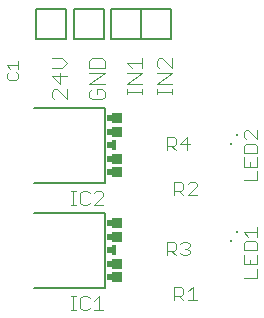
<source format=gto>
G75*
%MOIN*%
%OFA0B0*%
%FSLAX25Y25*%
%IPPOS*%
%LPD*%
%AMOC8*
5,1,8,0,0,1.08239X$1,22.5*
%
%ADD10C,0.00800*%
%ADD11C,0.00400*%
%ADD12R,0.03150X0.02362*%
%ADD13R,0.03740X0.03543*%
%ADD14R,0.01378X0.03543*%
%ADD15C,0.00300*%
%ADD16C,0.00984*%
%ADD17R,0.00787X0.00787*%
D10*
X0114026Y0087653D02*
X0137648Y0087653D01*
X0137648Y0112456D01*
X0114026Y0112456D01*
X0114026Y0122653D02*
X0137648Y0122653D01*
X0137648Y0147456D01*
X0114026Y0147456D01*
X0114587Y0170679D02*
X0114587Y0180679D01*
X0124587Y0180679D01*
X0124587Y0170679D01*
X0114587Y0170679D01*
X0127087Y0170679D02*
X0127087Y0180679D01*
X0137087Y0180679D01*
X0137087Y0170679D01*
X0127087Y0170679D01*
X0139587Y0170679D02*
X0139587Y0180679D01*
X0149587Y0180679D01*
X0159587Y0180679D01*
X0159587Y0170679D01*
X0149587Y0170679D01*
X0149587Y0180679D01*
X0149587Y0170679D01*
X0139587Y0170679D01*
D11*
X0136619Y0164192D02*
X0133150Y0164192D01*
X0132282Y0163325D01*
X0132282Y0160723D01*
X0137487Y0160723D01*
X0137487Y0163325D01*
X0136619Y0164192D01*
X0137487Y0159036D02*
X0132282Y0159036D01*
X0132282Y0155566D02*
X0137487Y0159036D01*
X0137487Y0155566D02*
X0132282Y0155566D01*
X0133150Y0153880D02*
X0132282Y0153012D01*
X0132282Y0151277D01*
X0133150Y0150410D01*
X0136619Y0150410D01*
X0137487Y0151277D01*
X0137487Y0153012D01*
X0136619Y0153880D01*
X0134884Y0153880D01*
X0134884Y0152145D01*
X0144782Y0152129D02*
X0144782Y0153864D01*
X0144782Y0152996D02*
X0149987Y0152996D01*
X0149987Y0152129D02*
X0149987Y0153864D01*
X0149987Y0155566D02*
X0144782Y0155566D01*
X0149987Y0159036D01*
X0144782Y0159036D01*
X0146517Y0160723D02*
X0144782Y0162458D01*
X0149987Y0162458D01*
X0149987Y0164192D02*
X0149987Y0160723D01*
X0154782Y0161590D02*
X0155650Y0160723D01*
X0154782Y0161590D02*
X0154782Y0163325D01*
X0155650Y0164192D01*
X0156517Y0164192D01*
X0159987Y0160723D01*
X0159987Y0164192D01*
X0159987Y0159036D02*
X0154782Y0159036D01*
X0154782Y0155566D02*
X0159987Y0159036D01*
X0159987Y0155566D02*
X0154782Y0155566D01*
X0154782Y0153864D02*
X0154782Y0152129D01*
X0154782Y0152996D02*
X0159987Y0152996D01*
X0159987Y0152129D02*
X0159987Y0153864D01*
X0160381Y0137983D02*
X0158079Y0137983D01*
X0158079Y0133379D01*
X0158079Y0134914D02*
X0160381Y0134914D01*
X0161148Y0135681D01*
X0161148Y0137216D01*
X0160381Y0137983D01*
X0159613Y0134914D02*
X0161148Y0133379D01*
X0162683Y0135681D02*
X0165752Y0135681D01*
X0164985Y0133379D02*
X0164985Y0137983D01*
X0162683Y0135681D01*
X0162881Y0122983D02*
X0160579Y0122983D01*
X0160579Y0118379D01*
X0160579Y0119914D02*
X0162881Y0119914D01*
X0163648Y0120681D01*
X0163648Y0122216D01*
X0162881Y0122983D01*
X0162113Y0119914D02*
X0163648Y0118379D01*
X0165183Y0118379D02*
X0168252Y0121448D01*
X0168252Y0122216D01*
X0167485Y0122983D01*
X0165950Y0122983D01*
X0165183Y0122216D01*
X0165183Y0118379D02*
X0168252Y0118379D01*
X0164985Y0102983D02*
X0165752Y0102216D01*
X0165752Y0101448D01*
X0164985Y0100681D01*
X0165752Y0099914D01*
X0165752Y0099146D01*
X0164985Y0098379D01*
X0163450Y0098379D01*
X0162683Y0099146D01*
X0161148Y0098379D02*
X0159613Y0099914D01*
X0160381Y0099914D02*
X0158079Y0099914D01*
X0158079Y0098379D02*
X0158079Y0102983D01*
X0160381Y0102983D01*
X0161148Y0102216D01*
X0161148Y0100681D01*
X0160381Y0099914D01*
X0162683Y0102216D02*
X0163450Y0102983D01*
X0164985Y0102983D01*
X0164985Y0100681D02*
X0164217Y0100681D01*
X0162881Y0087983D02*
X0160579Y0087983D01*
X0160579Y0083379D01*
X0160579Y0084914D02*
X0162881Y0084914D01*
X0163648Y0085681D01*
X0163648Y0087216D01*
X0162881Y0087983D01*
X0165183Y0086448D02*
X0166717Y0087983D01*
X0166717Y0083379D01*
X0165183Y0083379D02*
X0168252Y0083379D01*
X0163648Y0083379D02*
X0162113Y0084914D01*
X0183720Y0090869D02*
X0188324Y0090869D01*
X0188324Y0093938D01*
X0188324Y0095473D02*
X0188324Y0098542D01*
X0188324Y0100077D02*
X0188324Y0102379D01*
X0187556Y0103146D01*
X0184487Y0103146D01*
X0183720Y0102379D01*
X0183720Y0100077D01*
X0188324Y0100077D01*
X0186022Y0097007D02*
X0186022Y0095473D01*
X0183720Y0095473D02*
X0188324Y0095473D01*
X0183720Y0095473D02*
X0183720Y0098542D01*
X0185254Y0104681D02*
X0183720Y0106215D01*
X0188324Y0106215D01*
X0188324Y0104681D02*
X0188324Y0107750D01*
X0188324Y0123369D02*
X0183720Y0123369D01*
X0188324Y0123369D02*
X0188324Y0126438D01*
X0188324Y0127973D02*
X0188324Y0131042D01*
X0188324Y0132577D02*
X0188324Y0134879D01*
X0187556Y0135646D01*
X0184487Y0135646D01*
X0183720Y0134879D01*
X0183720Y0132577D01*
X0188324Y0132577D01*
X0186022Y0129507D02*
X0186022Y0127973D01*
X0183720Y0127973D02*
X0188324Y0127973D01*
X0183720Y0127973D02*
X0183720Y0131042D01*
X0184487Y0137181D02*
X0183720Y0137948D01*
X0183720Y0139483D01*
X0184487Y0140250D01*
X0185254Y0140250D01*
X0188324Y0137181D01*
X0188324Y0140250D01*
X0137002Y0119091D02*
X0136235Y0119858D01*
X0134700Y0119858D01*
X0133933Y0119091D01*
X0132398Y0119091D02*
X0131631Y0119858D01*
X0130096Y0119858D01*
X0129329Y0119091D01*
X0129329Y0116021D01*
X0130096Y0115254D01*
X0131631Y0115254D01*
X0132398Y0116021D01*
X0133933Y0115254D02*
X0137002Y0118323D01*
X0137002Y0119091D01*
X0137002Y0115254D02*
X0133933Y0115254D01*
X0127794Y0115254D02*
X0126259Y0115254D01*
X0127027Y0115254D02*
X0127027Y0119858D01*
X0127794Y0119858D02*
X0126259Y0119858D01*
X0124987Y0150410D02*
X0121517Y0153880D01*
X0120650Y0153880D01*
X0119782Y0153012D01*
X0119782Y0151277D01*
X0120650Y0150410D01*
X0124987Y0150410D02*
X0124987Y0153880D01*
X0122384Y0155566D02*
X0122384Y0159036D01*
X0123252Y0160723D02*
X0124987Y0162458D01*
X0123252Y0164192D01*
X0119782Y0164192D01*
X0119782Y0160723D02*
X0123252Y0160723D01*
X0124987Y0158169D02*
X0119782Y0158169D01*
X0122384Y0155566D01*
X0126259Y0084858D02*
X0127794Y0084858D01*
X0127027Y0084858D02*
X0127027Y0080254D01*
X0127794Y0080254D02*
X0126259Y0080254D01*
X0129329Y0081021D02*
X0130096Y0080254D01*
X0131631Y0080254D01*
X0132398Y0081021D01*
X0133933Y0080254D02*
X0137002Y0080254D01*
X0135467Y0080254D02*
X0135467Y0084858D01*
X0133933Y0083323D01*
X0132398Y0084091D02*
X0131631Y0084858D01*
X0130096Y0084858D01*
X0129329Y0084091D01*
X0129329Y0081021D01*
D12*
X0139419Y0091078D03*
X0139419Y0095566D03*
X0139419Y0100054D03*
X0139419Y0104542D03*
X0139419Y0109031D03*
X0139419Y0126078D03*
X0139419Y0130566D03*
X0139419Y0135054D03*
X0139419Y0139542D03*
X0139419Y0144031D03*
D13*
X0141683Y0144031D03*
X0141683Y0139542D03*
X0141683Y0130566D03*
X0141683Y0126078D03*
X0141683Y0109031D03*
X0141683Y0104542D03*
X0141683Y0095566D03*
X0141683Y0091078D03*
D14*
X0140502Y0100054D03*
X0140502Y0135054D03*
D15*
X0108492Y0157509D02*
X0108492Y0158744D01*
X0107875Y0159361D01*
X0108492Y0160575D02*
X0108492Y0163044D01*
X0108492Y0161810D02*
X0104789Y0161810D01*
X0106023Y0160575D01*
X0105406Y0159361D02*
X0104789Y0158744D01*
X0104789Y0157509D01*
X0105406Y0156892D01*
X0107875Y0156892D01*
X0108492Y0157509D01*
D16*
X0181654Y0138533D03*
X0181654Y0106033D03*
D17*
X0179587Y0103179D03*
X0179587Y0135679D03*
M02*

</source>
